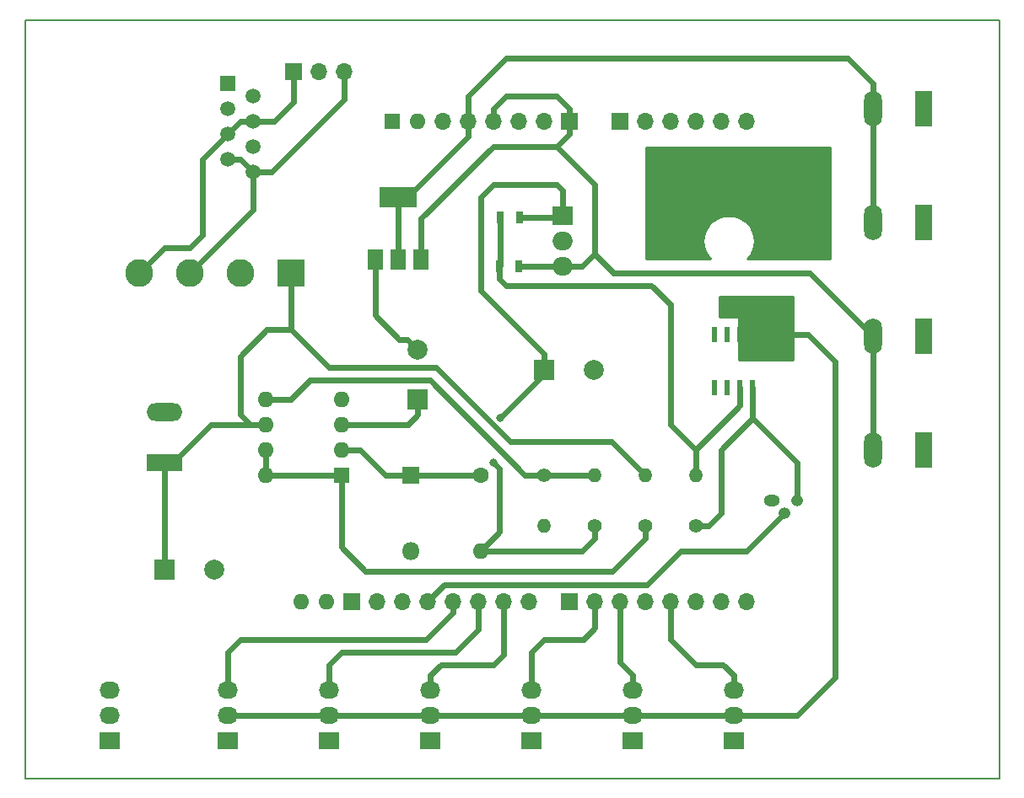
<source format=gbr>
G04 #@! TF.GenerationSoftware,KiCad,Pcbnew,(5.1.2)-1*
G04 #@! TF.CreationDate,2019-05-13T21:13:34+02:00*
G04 #@! TF.ProjectId,braccio shield,62726163-6369-46f2-9073-6869656c642e,rev?*
G04 #@! TF.SameCoordinates,Original*
G04 #@! TF.FileFunction,Copper,L1,Top*
G04 #@! TF.FilePolarity,Positive*
%FSLAX46Y46*%
G04 Gerber Fmt 4.6, Leading zero omitted, Abs format (unit mm)*
G04 Created by KiCad (PCBNEW (5.1.2)-1) date 2019-05-13 21:13:34*
%MOMM*%
%LPD*%
G04 APERTURE LIST*
%ADD10C,0.150000*%
%ADD11R,2.030000X1.730000*%
%ADD12O,2.030000X1.730000*%
%ADD13R,0.700000X1.300000*%
%ADD14O,1.700000X1.700000*%
%ADD15R,1.700000X1.700000*%
%ADD16R,1.500000X1.500000*%
%ADD17C,1.500000*%
%ADD18C,1.400000*%
%ADD19O,1.400000X1.400000*%
%ADD20C,1.600000*%
%ADD21O,1.600000X1.600000*%
%ADD22R,1.600000X1.600000*%
%ADD23R,1.800000X1.800000*%
%ADD24O,1.800000X1.800000*%
%ADD25C,2.800000*%
%ADD26R,2.800000X2.800000*%
%ADD27O,3.600000X1.800000*%
%ADD28R,3.600000X1.800000*%
%ADD29R,1.800000X3.600000*%
%ADD30O,1.800000X3.600000*%
%ADD31O,1.600000X1.200000*%
%ADD32O,1.200000X1.200000*%
%ADD33R,0.600000X1.550000*%
%ADD34R,2.000000X1.905000*%
%ADD35O,2.000000X1.905000*%
%ADD36R,3.800000X2.000000*%
%ADD37R,1.500000X2.000000*%
%ADD38R,2.000000X2.000000*%
%ADD39C,2.000000*%
%ADD40C,0.800000*%
%ADD41C,1.000000*%
%ADD42C,0.600000*%
%ADD43C,0.250000*%
%ADD44C,0.254000*%
G04 APERTURE END LIST*
D10*
X45720000Y-30480000D02*
X53340000Y-30480000D01*
X53340000Y-106680000D02*
X45720000Y-106680000D01*
X143510000Y-106680000D02*
X143510000Y-30480000D01*
X53340000Y-106680000D02*
X143510000Y-106680000D01*
X45720000Y-30480000D02*
X45720000Y-106680000D01*
X143510000Y-30480000D02*
X53340000Y-30480000D01*
D11*
X54229000Y-102870000D03*
D12*
X54229000Y-100330000D03*
X54229000Y-97790000D03*
D13*
X93350000Y-55245000D03*
X95250000Y-55245000D03*
X93411000Y-50292000D03*
X95311000Y-50292000D03*
D14*
X77724000Y-35687000D03*
X75184000Y-35687000D03*
D15*
X72644000Y-35687000D03*
D16*
X66040000Y-36830000D03*
D17*
X68580000Y-38100000D03*
X66040000Y-39370000D03*
X68580000Y-40640000D03*
X66040000Y-41910000D03*
X68580000Y-43180000D03*
X66040000Y-44450000D03*
X68580000Y-45720000D03*
D18*
X97790000Y-76200000D03*
D19*
X97790000Y-81280000D03*
D20*
X91440000Y-76200000D03*
D21*
X91440000Y-83820000D03*
D19*
X113030000Y-76200000D03*
D18*
X113030000Y-81280000D03*
D19*
X102870000Y-76200000D03*
D18*
X102870000Y-81280000D03*
D21*
X73410000Y-88900000D03*
X75950000Y-88900000D03*
D22*
X82550000Y-40640000D03*
D21*
X113030000Y-88900000D03*
X85090000Y-40640000D03*
X110490000Y-88900000D03*
X87630000Y-40640000D03*
X107950000Y-88900000D03*
X90170000Y-40640000D03*
X105410000Y-88900000D03*
X92710000Y-40640000D03*
X102870000Y-88900000D03*
X95250000Y-40640000D03*
X100330000Y-88900000D03*
X97790000Y-40640000D03*
X96270000Y-88900000D03*
X100330000Y-40640000D03*
X93730000Y-88900000D03*
X105410000Y-40640000D03*
X91190000Y-88900000D03*
X107950000Y-40640000D03*
X88650000Y-88900000D03*
X110490000Y-40640000D03*
X86110000Y-88900000D03*
X113030000Y-40640000D03*
X83570000Y-88900000D03*
X115570000Y-40640000D03*
X81030000Y-88900000D03*
X118110000Y-40640000D03*
X78490000Y-88900000D03*
X118110000Y-88900000D03*
X115570000Y-88900000D03*
D23*
X84455000Y-76200000D03*
D24*
X84455000Y-83820000D03*
D25*
X57150000Y-55880000D03*
X62230000Y-55880000D03*
X67310000Y-55880000D03*
D26*
X72390000Y-55880000D03*
D27*
X59690000Y-69850000D03*
D28*
X59690000Y-74930000D03*
D15*
X100330000Y-88900000D03*
D14*
X102870000Y-88900000D03*
X105410000Y-88900000D03*
X107950000Y-88900000D03*
X110490000Y-88900000D03*
X113030000Y-88900000D03*
X115570000Y-88900000D03*
X118110000Y-88900000D03*
X96270000Y-88900000D03*
X93730000Y-88900000D03*
X91190000Y-88900000D03*
X88650000Y-88900000D03*
X86110000Y-88900000D03*
X83570000Y-88900000D03*
X81030000Y-88900000D03*
D15*
X78490000Y-88900000D03*
X105410000Y-40640000D03*
D14*
X107950000Y-40640000D03*
X110490000Y-40640000D03*
X113030000Y-40640000D03*
X115570000Y-40640000D03*
X118110000Y-40640000D03*
X87630000Y-40640000D03*
X90170000Y-40640000D03*
X92710000Y-40640000D03*
X95250000Y-40640000D03*
X97790000Y-40640000D03*
D15*
X100330000Y-40640000D03*
D11*
X116840000Y-102870000D03*
D12*
X116840000Y-100330000D03*
X116840000Y-97790000D03*
X106680000Y-97790000D03*
X106680000Y-100330000D03*
D11*
X106680000Y-102870000D03*
D12*
X96520000Y-97790000D03*
X96520000Y-100330000D03*
D11*
X96520000Y-102870000D03*
X86360000Y-102870000D03*
D12*
X86360000Y-100330000D03*
X86360000Y-97790000D03*
D11*
X76200000Y-102870000D03*
D12*
X76200000Y-100330000D03*
X76200000Y-97790000D03*
X66040000Y-97790000D03*
X66040000Y-100330000D03*
D11*
X66040000Y-102870000D03*
D29*
X135890000Y-73660000D03*
D30*
X130810000Y-73660000D03*
D29*
X135890000Y-62230000D03*
D30*
X130810000Y-62230000D03*
X130810000Y-39370000D03*
D29*
X135890000Y-39370000D03*
X135890000Y-50800000D03*
D30*
X130810000Y-50800000D03*
D31*
X120650000Y-78740000D03*
D32*
X121920000Y-80010000D03*
X123190000Y-78740000D03*
D33*
X114935000Y-67470000D03*
X116205000Y-67470000D03*
X117475000Y-67470000D03*
X118745000Y-67470000D03*
X118745000Y-62070000D03*
X117475000Y-62070000D03*
X116205000Y-62070000D03*
X114935000Y-62070000D03*
D18*
X107950000Y-81280000D03*
D19*
X107950000Y-76200000D03*
D22*
X77470000Y-76200000D03*
D21*
X69850000Y-68580000D03*
X77470000Y-73660000D03*
X69850000Y-71120000D03*
X77470000Y-71120000D03*
X69850000Y-73660000D03*
X77470000Y-68580000D03*
X69850000Y-76200000D03*
D34*
X99695000Y-50165000D03*
D35*
X99695000Y-52705000D03*
X99695000Y-55245000D03*
D36*
X83185000Y-48260000D03*
D37*
X83185000Y-54560000D03*
X85485000Y-54560000D03*
X80885000Y-54560000D03*
D38*
X59690000Y-85725000D03*
D39*
X64690000Y-85725000D03*
X85090000Y-63580000D03*
D38*
X85090000Y-68580000D03*
X97790000Y-65659000D03*
D39*
X102790000Y-65659000D03*
D40*
X92710000Y-74930000D03*
X93381759Y-70448241D03*
X121793000Y-58801000D03*
X120523000Y-58801000D03*
X119126000Y-58801000D03*
D41*
X122174000Y-62103000D03*
D40*
X116459000Y-58801000D03*
X117856000Y-58801000D03*
X118237000Y-63881000D03*
X119634000Y-63881000D03*
X121031000Y-63881000D03*
X122174000Y-63881000D03*
D41*
X120777000Y-62102996D03*
D40*
X120777000Y-60325000D03*
X119380000Y-60325000D03*
X122174000Y-60325000D03*
D42*
X60590000Y-74930000D02*
X64400000Y-71120000D01*
D43*
X59690000Y-74930000D02*
X60590000Y-74930000D01*
D42*
X64400000Y-71120000D02*
X69850000Y-71120000D01*
D43*
X72390000Y-55880000D02*
X72390000Y-57530000D01*
D42*
X72390000Y-55880000D02*
X72390000Y-59690000D01*
X76198590Y-65403590D02*
X72390000Y-61595000D01*
D43*
X76198590Y-65405000D02*
X76198590Y-65403590D01*
D42*
X72390000Y-61595000D02*
X72390000Y-59690000D01*
X59690000Y-74930000D02*
X59690000Y-85725000D01*
X107950000Y-76200000D02*
X104559990Y-72809990D01*
X104559990Y-72809990D02*
X94399990Y-72809990D01*
X86995000Y-65405000D02*
X76198590Y-65405000D01*
X94399990Y-72809990D02*
X86995000Y-65405000D01*
X72390000Y-57530000D02*
X72390000Y-59944000D01*
X69977000Y-61595000D02*
X72390000Y-61595000D01*
X67310000Y-64262000D02*
X69977000Y-61595000D01*
X67310000Y-70104000D02*
X67310000Y-64262000D01*
X69850000Y-71120000D02*
X68326000Y-71120000D01*
X68326000Y-71120000D02*
X67310000Y-70104000D01*
X84090001Y-62580001D02*
X83281001Y-62580001D01*
X85090000Y-63580000D02*
X84090001Y-62580001D01*
X80885000Y-60184000D02*
X80885000Y-54560000D01*
X83281001Y-62580001D02*
X80885000Y-60184000D01*
X95885000Y-76200000D02*
X97790000Y-76200000D01*
X86360000Y-66675000D02*
X95885000Y-76200000D01*
X74295000Y-66675000D02*
X86360000Y-66675000D01*
X69850000Y-68580000D02*
X72390000Y-68580000D01*
X72390000Y-68580000D02*
X74295000Y-66675000D01*
X102870000Y-76200000D02*
X97790000Y-76200000D01*
X90308630Y-76200000D02*
X84455000Y-76200000D01*
X91440000Y-76200000D02*
X90308630Y-76200000D01*
X77470000Y-73660000D02*
X79375000Y-73660000D01*
X81915000Y-76200000D02*
X84455000Y-76200000D01*
X79375000Y-73660000D02*
X81915000Y-76200000D01*
X91440000Y-83820000D02*
X101600000Y-83820000D01*
X101600000Y-83820000D02*
X102870000Y-82550000D01*
X102870000Y-82550000D02*
X102870000Y-81280000D01*
X92710000Y-74930000D02*
X93345000Y-75565000D01*
X93345000Y-81915000D02*
X91440000Y-83820000D01*
X93345000Y-75565000D02*
X93345000Y-81915000D01*
X97790000Y-66040000D02*
X97790000Y-65659000D01*
X93381759Y-70448241D02*
X97790000Y-66040000D01*
X97790000Y-65659000D02*
X97790000Y-64059000D01*
X97790000Y-64059000D02*
X91440000Y-57709000D01*
X91440000Y-57709000D02*
X91440000Y-48260000D01*
X91440000Y-48260000D02*
X92710000Y-46990000D01*
X92710000Y-46990000D02*
X99060000Y-46990000D01*
X99695000Y-47625000D02*
X99695000Y-50165000D01*
X99060000Y-46990000D02*
X99695000Y-47625000D01*
X99568000Y-50292000D02*
X99695000Y-50165000D01*
X95311000Y-50292000D02*
X99568000Y-50292000D01*
X113030000Y-76200000D02*
X113030000Y-73660000D01*
X117475000Y-69215000D02*
X117475000Y-67470000D01*
X113030000Y-73660000D02*
X117475000Y-69215000D01*
X93411000Y-55184000D02*
X93350000Y-55245000D01*
X93411000Y-50292000D02*
X93411000Y-55184000D01*
X93350000Y-56520000D02*
X93350000Y-55245000D01*
X93980000Y-57150000D02*
X93350000Y-56520000D01*
X108585000Y-57150000D02*
X93980000Y-57150000D01*
X110490000Y-59055000D02*
X108585000Y-57150000D01*
X113030000Y-73660000D02*
X110490000Y-71120000D01*
X110490000Y-71120000D02*
X110490000Y-59055000D01*
X113030000Y-81280000D02*
X114300000Y-81280000D01*
X118745000Y-70485000D02*
X118745000Y-67470000D01*
X115570000Y-73660000D02*
X118745000Y-70485000D01*
X115570000Y-73660000D02*
X115570000Y-80010000D01*
X115570000Y-80010000D02*
X114300000Y-81280000D01*
X123190000Y-74930000D02*
X118745000Y-70485000D01*
X123190000Y-78740000D02*
X123190000Y-74930000D01*
X85090000Y-70180000D02*
X84150000Y-71120000D01*
X85090000Y-68580000D02*
X85090000Y-70180000D01*
X84150000Y-71120000D02*
X77470000Y-71120000D01*
X116840000Y-96325000D02*
X115765000Y-95250000D01*
X116840000Y-97790000D02*
X116840000Y-96325000D01*
X115765000Y-95250000D02*
X113030000Y-95250000D01*
X110490000Y-92710000D02*
X110490000Y-88900000D01*
X113030000Y-95250000D02*
X110490000Y-92710000D01*
X84085000Y-48260000D02*
X83185000Y-48260000D01*
X90170000Y-42175000D02*
X84085000Y-48260000D01*
X90170000Y-40640000D02*
X90170000Y-42175000D01*
X83185000Y-48260000D02*
X83185000Y-54560000D01*
X90170000Y-40640000D02*
X90170000Y-38100000D01*
X90170000Y-38100000D02*
X93980000Y-34290000D01*
X130810000Y-50800000D02*
X130810000Y-39370000D01*
X130810000Y-36830000D02*
X128270000Y-34290000D01*
X130810000Y-39370000D02*
X130810000Y-36830000D01*
X93980000Y-34290000D02*
X128270000Y-34290000D01*
X105410000Y-95055000D02*
X105410000Y-88900000D01*
X106680000Y-97790000D02*
X106680000Y-96325000D01*
X106680000Y-96325000D02*
X105410000Y-95055000D01*
X92710000Y-40640000D02*
X92710000Y-39370000D01*
X92710000Y-39370000D02*
X93980000Y-38100000D01*
X93980000Y-38100000D02*
X99060000Y-38100000D01*
X99060000Y-38100000D02*
X100330000Y-39370000D01*
X100330000Y-39370000D02*
X100330000Y-40640000D01*
X99060000Y-43180000D02*
X100330000Y-41910000D01*
X100330000Y-41910000D02*
X100330000Y-40640000D01*
X102870000Y-53670000D02*
X102870000Y-50397498D01*
X102870000Y-50397498D02*
X102870000Y-46990000D01*
X102870000Y-46990000D02*
X99060000Y-43180000D01*
X85485000Y-54560000D02*
X85485000Y-50405000D01*
X92710000Y-43180000D02*
X93980000Y-43180000D01*
X85485000Y-50405000D02*
X92710000Y-43180000D01*
X93980000Y-43180000D02*
X99060000Y-43180000D01*
X130810000Y-62230000D02*
X130810000Y-73660000D01*
X102870000Y-53670000D02*
X102870000Y-53721000D01*
X102870000Y-53975000D02*
X102870000Y-53670000D01*
X99695000Y-55245000D02*
X101600000Y-55245000D01*
X101600000Y-55245000D02*
X102870000Y-53975000D01*
X124460000Y-55880000D02*
X130810000Y-62230000D01*
X102870000Y-53975000D02*
X104775000Y-55880000D01*
X104775000Y-55880000D02*
X124460000Y-55880000D01*
X95250000Y-55245000D02*
X99695000Y-55245000D01*
X102870000Y-91590000D02*
X101750000Y-92710000D01*
X102870000Y-88900000D02*
X102870000Y-91590000D01*
X101750000Y-92710000D02*
X97790000Y-92710000D01*
X96520000Y-93980000D02*
X96520000Y-97790000D01*
X97790000Y-92710000D02*
X96520000Y-93980000D01*
X86360000Y-96325000D02*
X86360000Y-97790000D01*
X87435000Y-95250000D02*
X86360000Y-96325000D01*
X92710000Y-95250000D02*
X87435000Y-95250000D01*
X93730000Y-94230000D02*
X92710000Y-95250000D01*
X93730000Y-88900000D02*
X93730000Y-94230000D01*
X91190000Y-91690000D02*
X91190000Y-88900000D01*
X88900000Y-93980000D02*
X91190000Y-91690000D01*
X77470000Y-93980000D02*
X88900000Y-93980000D01*
X76200000Y-97790000D02*
X76200000Y-95250000D01*
X76200000Y-95250000D02*
X77470000Y-93980000D01*
X66040000Y-93980000D02*
X66040000Y-97790000D01*
X67310000Y-92710000D02*
X66040000Y-93980000D01*
X85971370Y-92710000D02*
X67310000Y-92710000D01*
X88650000Y-88900000D02*
X88650000Y-90031370D01*
X88650000Y-90031370D02*
X85971370Y-92710000D01*
X86909999Y-88100001D02*
X86110000Y-88900000D01*
X87799990Y-87210010D02*
X86909999Y-88100001D01*
X108115990Y-87210010D02*
X87799990Y-87210010D01*
X111506000Y-83820000D02*
X108115990Y-87210010D01*
X121920000Y-80010000D02*
X118110000Y-83820000D01*
X118110000Y-83820000D02*
X111506000Y-83820000D01*
X67310000Y-40640000D02*
X66040000Y-41910000D01*
X68580000Y-40640000D02*
X67310000Y-40640000D01*
X59690000Y-53340000D02*
X57150000Y-55880000D01*
X62230000Y-53340000D02*
X59690000Y-53340000D01*
X63500000Y-52070000D02*
X62230000Y-53340000D01*
X66040000Y-41910000D02*
X63500000Y-44450000D01*
X63500000Y-44450000D02*
X63500000Y-52070000D01*
X72644000Y-38735000D02*
X72644000Y-35687000D01*
X68580000Y-40640000D02*
X70739000Y-40640000D01*
X70739000Y-40640000D02*
X72644000Y-38735000D01*
X67310000Y-44450000D02*
X68580000Y-45720000D01*
X66040000Y-44450000D02*
X67310000Y-44450000D01*
X68580000Y-49530000D02*
X62230000Y-55880000D01*
X68580000Y-45720000D02*
X68580000Y-49530000D01*
X77724000Y-37592000D02*
X77724000Y-35687000D01*
X77724000Y-38481000D02*
X77724000Y-37592000D01*
X68580000Y-45720000D02*
X70485000Y-45720000D01*
X70485000Y-45720000D02*
X77724000Y-38481000D01*
X66040000Y-100330000D02*
X76200000Y-100330000D01*
X86360000Y-100330000D02*
X96520000Y-100330000D01*
X96520000Y-100330000D02*
X106680000Y-100330000D01*
X106680000Y-100330000D02*
X116840000Y-100330000D01*
X117475000Y-62070000D02*
X118745000Y-62070000D01*
X124300000Y-62070000D02*
X127000000Y-64770000D01*
X127000000Y-64770000D02*
X127000000Y-96520000D01*
X123190000Y-100330000D02*
X116840000Y-100330000D01*
X127000000Y-96520000D02*
X123190000Y-100330000D01*
X86360000Y-100330000D02*
X76200000Y-100330000D01*
X124300000Y-62070000D02*
X122207000Y-62070000D01*
X122207000Y-62070000D02*
X122174000Y-62103000D01*
X120744004Y-62070000D02*
X120777000Y-62102996D01*
X118745000Y-62070000D02*
X120744004Y-62070000D01*
X69850000Y-73660000D02*
X69850000Y-76200000D01*
X77470000Y-76200000D02*
X69850000Y-76200000D01*
X77470000Y-77600000D02*
X77470000Y-76200000D01*
X77470000Y-83439000D02*
X77470000Y-77600000D01*
X79883000Y-85852000D02*
X77470000Y-83439000D01*
X104648000Y-85852000D02*
X79883000Y-85852000D01*
X107950000Y-81280000D02*
X107950000Y-82550000D01*
X107950000Y-82550000D02*
X104648000Y-85852000D01*
D44*
G36*
X122809000Y-64643000D02*
G01*
X117348000Y-64643000D01*
X117348000Y-60452000D01*
X117345560Y-60427224D01*
X117338333Y-60403399D01*
X117326597Y-60381443D01*
X117310803Y-60362197D01*
X117291557Y-60346403D01*
X117269601Y-60334667D01*
X117245776Y-60327440D01*
X117221000Y-60325000D01*
X115443000Y-60325000D01*
X115443000Y-58293000D01*
X122809000Y-58293000D01*
X122809000Y-64643000D01*
X122809000Y-64643000D01*
G37*
X122809000Y-64643000D02*
X117348000Y-64643000D01*
X117348000Y-60452000D01*
X117345560Y-60427224D01*
X117338333Y-60403399D01*
X117326597Y-60381443D01*
X117310803Y-60362197D01*
X117291557Y-60346403D01*
X117269601Y-60334667D01*
X117245776Y-60327440D01*
X117221000Y-60325000D01*
X115443000Y-60325000D01*
X115443000Y-58293000D01*
X122809000Y-58293000D01*
X122809000Y-64643000D01*
G36*
X126492000Y-54483000D02*
G01*
X118229552Y-54483000D01*
X118508065Y-54143632D01*
X118747357Y-53695947D01*
X118894713Y-53210180D01*
X118944469Y-52705000D01*
X118894713Y-52199820D01*
X118747357Y-51714053D01*
X118508065Y-51266368D01*
X118186031Y-50873969D01*
X117793632Y-50551935D01*
X117345947Y-50312643D01*
X116860180Y-50165287D01*
X116481600Y-50128000D01*
X116228400Y-50128000D01*
X115849820Y-50165287D01*
X115364053Y-50312643D01*
X114916368Y-50551935D01*
X114523969Y-50873969D01*
X114201935Y-51266368D01*
X113962643Y-51714053D01*
X113815287Y-52199820D01*
X113765531Y-52705000D01*
X113815287Y-53210180D01*
X113962643Y-53695947D01*
X114201935Y-54143632D01*
X114480448Y-54483000D01*
X108077000Y-54483000D01*
X108077000Y-43307000D01*
X126492000Y-43307000D01*
X126492000Y-54483000D01*
X126492000Y-54483000D01*
G37*
X126492000Y-54483000D02*
X118229552Y-54483000D01*
X118508065Y-54143632D01*
X118747357Y-53695947D01*
X118894713Y-53210180D01*
X118944469Y-52705000D01*
X118894713Y-52199820D01*
X118747357Y-51714053D01*
X118508065Y-51266368D01*
X118186031Y-50873969D01*
X117793632Y-50551935D01*
X117345947Y-50312643D01*
X116860180Y-50165287D01*
X116481600Y-50128000D01*
X116228400Y-50128000D01*
X115849820Y-50165287D01*
X115364053Y-50312643D01*
X114916368Y-50551935D01*
X114523969Y-50873969D01*
X114201935Y-51266368D01*
X113962643Y-51714053D01*
X113815287Y-52199820D01*
X113765531Y-52705000D01*
X113815287Y-53210180D01*
X113962643Y-53695947D01*
X114201935Y-54143632D01*
X114480448Y-54483000D01*
X108077000Y-54483000D01*
X108077000Y-43307000D01*
X126492000Y-43307000D01*
X126492000Y-54483000D01*
M02*

</source>
